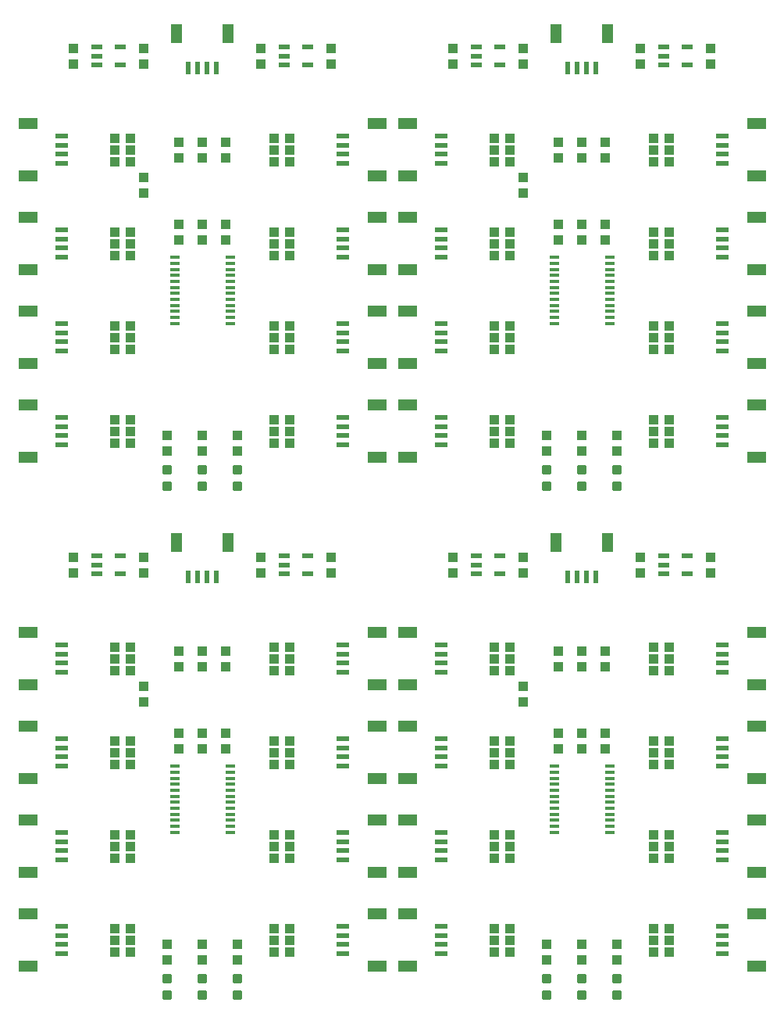
<source format=gtp>
G75*
%MOIN*%
%OFA0B0*%
%FSLAX25Y25*%
%IPPOS*%
%LPD*%
%AMOC8*
5,1,8,0,0,1.08239X$1,22.5*
%
%ADD10R,0.03937X0.04331*%
%ADD11R,0.07874X0.04724*%
%ADD12R,0.05315X0.02362*%
%ADD13R,0.03937X0.01181*%
%ADD14R,0.04331X0.03937*%
%ADD15R,0.04724X0.07874*%
%ADD16R,0.02362X0.05315*%
%ADD17R,0.04724X0.02165*%
%ADD18C,0.01181*%
D10*
X0128333Y0054987D03*
X0128333Y0061680D03*
X0143333Y0061680D03*
X0143333Y0054987D03*
X0158333Y0054987D03*
X0158333Y0061680D03*
X0153334Y0144984D03*
X0153334Y0151677D03*
X0143334Y0151677D03*
X0143334Y0144984D03*
X0133334Y0144984D03*
X0133334Y0151677D03*
X0118334Y0164984D03*
X0118334Y0171677D03*
X0133334Y0179984D03*
X0133334Y0186677D03*
X0143334Y0186677D03*
X0143334Y0179984D03*
X0153334Y0179984D03*
X0153334Y0186677D03*
X0168333Y0219987D03*
X0168333Y0226680D03*
X0198333Y0226680D03*
X0198333Y0219987D03*
X0158333Y0271987D03*
X0158333Y0278680D03*
X0143333Y0278680D03*
X0143333Y0271987D03*
X0128333Y0271987D03*
X0128333Y0278680D03*
X0118333Y0226680D03*
X0118333Y0219987D03*
X0088333Y0219987D03*
X0088333Y0226680D03*
X0133334Y0361984D03*
X0133334Y0368677D03*
X0143334Y0368677D03*
X0143334Y0361984D03*
X0153334Y0361984D03*
X0153334Y0368677D03*
X0153334Y0396984D03*
X0153334Y0403677D03*
X0143334Y0403677D03*
X0143334Y0396984D03*
X0133334Y0396984D03*
X0133334Y0403677D03*
X0118334Y0388677D03*
X0118334Y0381984D03*
X0118333Y0436987D03*
X0118333Y0443680D03*
X0088333Y0443680D03*
X0088333Y0436987D03*
X0168333Y0436987D03*
X0168333Y0443680D03*
X0198333Y0443680D03*
X0198333Y0436987D03*
X0250333Y0436987D03*
X0250333Y0443680D03*
X0280333Y0443680D03*
X0280333Y0436987D03*
X0295334Y0403677D03*
X0295334Y0396984D03*
X0305334Y0396984D03*
X0305334Y0403677D03*
X0315334Y0403677D03*
X0315334Y0396984D03*
X0315334Y0368677D03*
X0315334Y0361984D03*
X0305334Y0361984D03*
X0305334Y0368677D03*
X0295334Y0368677D03*
X0295334Y0361984D03*
X0280334Y0381984D03*
X0280334Y0388677D03*
X0330333Y0436987D03*
X0330333Y0443680D03*
X0360333Y0443680D03*
X0360333Y0436987D03*
X0320333Y0278680D03*
X0320333Y0271987D03*
X0305333Y0271987D03*
X0305333Y0278680D03*
X0290333Y0278680D03*
X0290333Y0271987D03*
X0280333Y0226680D03*
X0280333Y0219987D03*
X0250333Y0219987D03*
X0250333Y0226680D03*
X0295334Y0186677D03*
X0295334Y0179984D03*
X0305334Y0179984D03*
X0305334Y0186677D03*
X0315334Y0186677D03*
X0315334Y0179984D03*
X0315334Y0151677D03*
X0315334Y0144984D03*
X0305334Y0144984D03*
X0305334Y0151677D03*
X0295334Y0151677D03*
X0295334Y0144984D03*
X0280334Y0164984D03*
X0280334Y0171677D03*
X0330333Y0219987D03*
X0330333Y0226680D03*
X0360333Y0226680D03*
X0360333Y0219987D03*
X0320333Y0061680D03*
X0320333Y0054987D03*
X0305333Y0054987D03*
X0305333Y0061680D03*
X0290333Y0061680D03*
X0290333Y0054987D03*
D11*
X0068865Y0052307D03*
X0068865Y0074354D03*
X0068865Y0092307D03*
X0068865Y0114354D03*
X0068865Y0132307D03*
X0068865Y0154354D03*
X0068865Y0172307D03*
X0068865Y0194354D03*
X0068865Y0269307D03*
X0068865Y0291354D03*
X0068865Y0309307D03*
X0068865Y0331354D03*
X0068865Y0349307D03*
X0068865Y0371354D03*
X0068865Y0389307D03*
X0068865Y0411354D03*
X0217799Y0411356D03*
X0230865Y0411354D03*
X0230865Y0389307D03*
X0217799Y0389309D03*
X0217799Y0371356D03*
X0230865Y0371354D03*
X0230865Y0349307D03*
X0217799Y0349309D03*
X0217799Y0331356D03*
X0230865Y0331354D03*
X0230865Y0309307D03*
X0217799Y0309309D03*
X0217799Y0291356D03*
X0230865Y0291354D03*
X0230865Y0269307D03*
X0217799Y0269309D03*
X0217799Y0194356D03*
X0230865Y0194354D03*
X0230865Y0172307D03*
X0217799Y0172309D03*
X0217799Y0154356D03*
X0230865Y0154354D03*
X0230865Y0132307D03*
X0217799Y0132309D03*
X0217799Y0114356D03*
X0230865Y0114354D03*
X0230865Y0092307D03*
X0217799Y0092309D03*
X0217799Y0074356D03*
X0230865Y0074354D03*
X0230865Y0052307D03*
X0217799Y0052309D03*
X0379799Y0052309D03*
X0379799Y0074356D03*
X0379799Y0092309D03*
X0379799Y0114356D03*
X0379799Y0132309D03*
X0379799Y0154356D03*
X0379799Y0172309D03*
X0379799Y0194356D03*
X0379799Y0269309D03*
X0379799Y0291356D03*
X0379799Y0309309D03*
X0379799Y0331356D03*
X0379799Y0349309D03*
X0379799Y0371356D03*
X0379799Y0389309D03*
X0379799Y0411356D03*
D12*
X0365330Y0406238D03*
X0365330Y0402301D03*
X0365330Y0398364D03*
X0365330Y0394427D03*
X0365330Y0366238D03*
X0365330Y0362301D03*
X0365330Y0358364D03*
X0365330Y0354427D03*
X0365330Y0326238D03*
X0365330Y0322301D03*
X0365330Y0318364D03*
X0365330Y0314427D03*
X0365330Y0286238D03*
X0365330Y0282301D03*
X0365330Y0278364D03*
X0365330Y0274427D03*
X0365330Y0189238D03*
X0365330Y0185301D03*
X0365330Y0181364D03*
X0365330Y0177427D03*
X0365330Y0149238D03*
X0365330Y0145301D03*
X0365330Y0141364D03*
X0365330Y0137427D03*
X0365330Y0109238D03*
X0365330Y0105301D03*
X0365330Y0101364D03*
X0365330Y0097427D03*
X0365330Y0069238D03*
X0365330Y0065301D03*
X0365330Y0061364D03*
X0365330Y0057427D03*
X0245334Y0057425D03*
X0245334Y0061362D03*
X0245334Y0065299D03*
X0245334Y0069236D03*
X0245334Y0097425D03*
X0245334Y0101362D03*
X0245334Y0105299D03*
X0245334Y0109236D03*
X0245334Y0137425D03*
X0245334Y0141362D03*
X0245334Y0145299D03*
X0245334Y0149236D03*
X0245334Y0177425D03*
X0245334Y0181362D03*
X0245334Y0185299D03*
X0245334Y0189236D03*
X0203330Y0189238D03*
X0203330Y0185301D03*
X0203330Y0181364D03*
X0203330Y0177427D03*
X0203330Y0149238D03*
X0203330Y0145301D03*
X0203330Y0141364D03*
X0203330Y0137427D03*
X0203330Y0109238D03*
X0203330Y0105301D03*
X0203330Y0101364D03*
X0203330Y0097427D03*
X0203330Y0069238D03*
X0203330Y0065301D03*
X0203330Y0061364D03*
X0203330Y0057427D03*
X0083334Y0057425D03*
X0083334Y0061362D03*
X0083334Y0065299D03*
X0083334Y0069236D03*
X0083334Y0097425D03*
X0083334Y0101362D03*
X0083334Y0105299D03*
X0083334Y0109236D03*
X0083334Y0137425D03*
X0083334Y0141362D03*
X0083334Y0145299D03*
X0083334Y0149236D03*
X0083334Y0177425D03*
X0083334Y0181362D03*
X0083334Y0185299D03*
X0083334Y0189236D03*
X0083334Y0274425D03*
X0083334Y0278362D03*
X0083334Y0282299D03*
X0083334Y0286236D03*
X0083334Y0314425D03*
X0083334Y0318362D03*
X0083334Y0322299D03*
X0083334Y0326236D03*
X0083334Y0354425D03*
X0083334Y0358362D03*
X0083334Y0362299D03*
X0083334Y0366236D03*
X0083334Y0394425D03*
X0083334Y0398362D03*
X0083334Y0402299D03*
X0083334Y0406236D03*
X0203330Y0406238D03*
X0203330Y0402301D03*
X0203330Y0398364D03*
X0203330Y0394427D03*
X0203330Y0366238D03*
X0203330Y0362301D03*
X0203330Y0358364D03*
X0203330Y0354427D03*
X0203330Y0326238D03*
X0203330Y0322301D03*
X0203330Y0318364D03*
X0203330Y0314427D03*
X0203330Y0286238D03*
X0203330Y0282301D03*
X0203330Y0278364D03*
X0203330Y0274427D03*
X0245334Y0274425D03*
X0245334Y0278362D03*
X0245334Y0282299D03*
X0245334Y0286236D03*
X0245334Y0314425D03*
X0245334Y0318362D03*
X0245334Y0322299D03*
X0245334Y0326236D03*
X0245334Y0354425D03*
X0245334Y0358362D03*
X0245334Y0362299D03*
X0245334Y0366236D03*
X0245334Y0394425D03*
X0245334Y0398362D03*
X0245334Y0402299D03*
X0245334Y0406236D03*
D13*
X0293523Y0354385D03*
X0293523Y0351846D03*
X0293523Y0349287D03*
X0293523Y0346728D03*
X0293523Y0344169D03*
X0293523Y0341610D03*
X0293523Y0339051D03*
X0293523Y0336492D03*
X0293523Y0333933D03*
X0293523Y0331374D03*
X0293523Y0328815D03*
X0293523Y0326255D03*
X0317145Y0326255D03*
X0317145Y0328815D03*
X0317145Y0331374D03*
X0317145Y0333933D03*
X0317145Y0336492D03*
X0317145Y0339051D03*
X0317145Y0341610D03*
X0317145Y0344169D03*
X0317145Y0346728D03*
X0317145Y0349287D03*
X0317145Y0351846D03*
X0317145Y0354405D03*
X0155145Y0354405D03*
X0155145Y0351846D03*
X0155145Y0349287D03*
X0155145Y0346728D03*
X0155145Y0344169D03*
X0155145Y0341610D03*
X0155145Y0339051D03*
X0155145Y0336492D03*
X0155145Y0333933D03*
X0155145Y0331374D03*
X0155145Y0328815D03*
X0155145Y0326255D03*
X0131523Y0326255D03*
X0131523Y0328815D03*
X0131523Y0331374D03*
X0131523Y0333933D03*
X0131523Y0336492D03*
X0131523Y0339051D03*
X0131523Y0341610D03*
X0131523Y0344169D03*
X0131523Y0346728D03*
X0131523Y0349287D03*
X0131523Y0351846D03*
X0131523Y0354385D03*
X0131523Y0137385D03*
X0131523Y0134846D03*
X0131523Y0132287D03*
X0131523Y0129728D03*
X0131523Y0127169D03*
X0131523Y0124610D03*
X0131523Y0122051D03*
X0131523Y0119492D03*
X0131523Y0116933D03*
X0131523Y0114374D03*
X0131523Y0111815D03*
X0131523Y0109255D03*
X0155145Y0109255D03*
X0155145Y0111815D03*
X0155145Y0114374D03*
X0155145Y0116933D03*
X0155145Y0119492D03*
X0155145Y0122051D03*
X0155145Y0124610D03*
X0155145Y0127169D03*
X0155145Y0129728D03*
X0155145Y0132287D03*
X0155145Y0134846D03*
X0155145Y0137405D03*
X0293523Y0137385D03*
X0293523Y0134846D03*
X0293523Y0132287D03*
X0293523Y0129728D03*
X0293523Y0127169D03*
X0293523Y0124610D03*
X0293523Y0122051D03*
X0293523Y0119492D03*
X0293523Y0116933D03*
X0293523Y0114374D03*
X0293523Y0111815D03*
X0293523Y0109255D03*
X0317145Y0109255D03*
X0317145Y0111815D03*
X0317145Y0114374D03*
X0317145Y0116933D03*
X0317145Y0119492D03*
X0317145Y0122051D03*
X0317145Y0124610D03*
X0317145Y0127169D03*
X0317145Y0129728D03*
X0317145Y0132287D03*
X0317145Y0134846D03*
X0317145Y0137405D03*
D14*
X0335987Y0138333D03*
X0335986Y0143336D03*
X0335986Y0148336D03*
X0342679Y0148336D03*
X0342679Y0143336D03*
X0342680Y0138333D03*
X0342679Y0108336D03*
X0342679Y0103336D03*
X0342680Y0098333D03*
X0335987Y0098333D03*
X0335986Y0103336D03*
X0335986Y0108336D03*
X0335986Y0068336D03*
X0335986Y0063336D03*
X0335987Y0058333D03*
X0342680Y0058333D03*
X0342679Y0063336D03*
X0342679Y0068336D03*
X0274680Y0068330D03*
X0274680Y0063330D03*
X0274680Y0058330D03*
X0267987Y0058330D03*
X0267987Y0063330D03*
X0267987Y0068330D03*
X0267987Y0098330D03*
X0267987Y0103330D03*
X0267987Y0108330D03*
X0274680Y0108330D03*
X0274680Y0103330D03*
X0274680Y0098330D03*
X0274680Y0138330D03*
X0274680Y0143330D03*
X0274680Y0148330D03*
X0267987Y0148330D03*
X0267987Y0143330D03*
X0267987Y0138330D03*
X0267987Y0178330D03*
X0267987Y0183330D03*
X0267987Y0188330D03*
X0274680Y0188330D03*
X0274680Y0183330D03*
X0274680Y0178330D03*
X0335987Y0178333D03*
X0335986Y0183336D03*
X0335986Y0188336D03*
X0342679Y0188336D03*
X0342679Y0183336D03*
X0342680Y0178333D03*
X0342680Y0275333D03*
X0342679Y0280336D03*
X0342679Y0285336D03*
X0335986Y0285336D03*
X0335986Y0280336D03*
X0335987Y0275333D03*
X0335987Y0315333D03*
X0335986Y0320336D03*
X0335986Y0325336D03*
X0342679Y0325336D03*
X0342679Y0320336D03*
X0342680Y0315333D03*
X0342680Y0355333D03*
X0342679Y0360336D03*
X0342679Y0365336D03*
X0335986Y0365336D03*
X0335986Y0360336D03*
X0335987Y0355333D03*
X0335987Y0395333D03*
X0335986Y0400336D03*
X0335986Y0405336D03*
X0342679Y0405336D03*
X0342679Y0400336D03*
X0342680Y0395333D03*
X0274680Y0395330D03*
X0274680Y0400330D03*
X0274680Y0405330D03*
X0267987Y0405330D03*
X0267987Y0400330D03*
X0267987Y0395330D03*
X0267987Y0365330D03*
X0267987Y0360330D03*
X0267987Y0355330D03*
X0274680Y0355330D03*
X0274680Y0360330D03*
X0274680Y0365330D03*
X0274680Y0325330D03*
X0274680Y0320330D03*
X0274680Y0315330D03*
X0267987Y0315330D03*
X0267987Y0320330D03*
X0267987Y0325330D03*
X0267987Y0285330D03*
X0267987Y0280330D03*
X0267987Y0275330D03*
X0274680Y0275330D03*
X0274680Y0280330D03*
X0274680Y0285330D03*
X0180679Y0285336D03*
X0180679Y0280336D03*
X0180680Y0275333D03*
X0173987Y0275333D03*
X0173986Y0280336D03*
X0173986Y0285336D03*
X0173987Y0315333D03*
X0173986Y0320336D03*
X0173986Y0325336D03*
X0180679Y0325336D03*
X0180679Y0320336D03*
X0180680Y0315333D03*
X0180680Y0355333D03*
X0180679Y0360336D03*
X0180679Y0365336D03*
X0173986Y0365336D03*
X0173986Y0360336D03*
X0173987Y0355333D03*
X0173987Y0395333D03*
X0173986Y0400336D03*
X0173986Y0405336D03*
X0180679Y0405336D03*
X0180679Y0400336D03*
X0180680Y0395333D03*
X0112680Y0395330D03*
X0112680Y0400330D03*
X0112680Y0405330D03*
X0105987Y0405330D03*
X0105987Y0400330D03*
X0105987Y0395330D03*
X0105987Y0365330D03*
X0105987Y0360330D03*
X0105987Y0355330D03*
X0112680Y0355330D03*
X0112680Y0360330D03*
X0112680Y0365330D03*
X0112680Y0325330D03*
X0112680Y0320330D03*
X0112680Y0315330D03*
X0105987Y0315330D03*
X0105987Y0320330D03*
X0105987Y0325330D03*
X0105987Y0285330D03*
X0105987Y0280330D03*
X0105987Y0275330D03*
X0112680Y0275330D03*
X0112680Y0280330D03*
X0112680Y0285330D03*
X0112680Y0188330D03*
X0112680Y0183330D03*
X0112680Y0178330D03*
X0105987Y0178330D03*
X0105987Y0183330D03*
X0105987Y0188330D03*
X0105987Y0148330D03*
X0105987Y0143330D03*
X0105987Y0138330D03*
X0112680Y0138330D03*
X0112680Y0143330D03*
X0112680Y0148330D03*
X0112680Y0108330D03*
X0112680Y0103330D03*
X0112680Y0098330D03*
X0105987Y0098330D03*
X0105987Y0103330D03*
X0105987Y0108330D03*
X0105987Y0068330D03*
X0105987Y0063330D03*
X0105987Y0058330D03*
X0112680Y0058330D03*
X0112680Y0063330D03*
X0112680Y0068330D03*
X0173986Y0068336D03*
X0173986Y0063336D03*
X0173987Y0058333D03*
X0180680Y0058333D03*
X0180679Y0063336D03*
X0180679Y0068336D03*
X0180680Y0098333D03*
X0180679Y0103336D03*
X0180679Y0108336D03*
X0173986Y0108336D03*
X0173986Y0103336D03*
X0173987Y0098333D03*
X0173987Y0138333D03*
X0173986Y0143336D03*
X0173986Y0148336D03*
X0180679Y0148336D03*
X0180679Y0143336D03*
X0180680Y0138333D03*
X0180680Y0178333D03*
X0180679Y0183336D03*
X0180679Y0188336D03*
X0173986Y0188336D03*
X0173986Y0183336D03*
X0173987Y0178333D03*
D15*
X0154357Y0232802D03*
X0132310Y0232802D03*
X0294310Y0232802D03*
X0316357Y0232802D03*
X0316357Y0449802D03*
X0294310Y0449802D03*
X0154357Y0449802D03*
X0132310Y0449802D03*
D16*
X0137428Y0435333D03*
X0141365Y0435333D03*
X0145302Y0435333D03*
X0149239Y0435333D03*
X0299428Y0435333D03*
X0303365Y0435333D03*
X0307302Y0435333D03*
X0311239Y0435333D03*
X0311239Y0218333D03*
X0307302Y0218333D03*
X0303365Y0218333D03*
X0299428Y0218333D03*
X0149239Y0218333D03*
X0145302Y0218333D03*
X0141365Y0218333D03*
X0137428Y0218333D03*
D17*
X0108452Y0219593D03*
X0108452Y0227073D03*
X0098215Y0227073D03*
X0098215Y0223333D03*
X0098215Y0219593D03*
X0178215Y0219593D03*
X0178215Y0223333D03*
X0178215Y0227073D03*
X0188452Y0227073D03*
X0188452Y0219593D03*
X0260215Y0219593D03*
X0260215Y0223333D03*
X0260215Y0227073D03*
X0270452Y0227073D03*
X0270452Y0219593D03*
X0340215Y0219593D03*
X0340215Y0223333D03*
X0340215Y0227073D03*
X0350452Y0227073D03*
X0350452Y0219593D03*
X0350452Y0436593D03*
X0350452Y0444073D03*
X0340215Y0444073D03*
X0340215Y0440333D03*
X0340215Y0436593D03*
X0270452Y0436593D03*
X0270452Y0444073D03*
X0260215Y0444073D03*
X0260215Y0440333D03*
X0260215Y0436593D03*
X0188452Y0436593D03*
X0188452Y0444073D03*
X0178215Y0444073D03*
X0178215Y0440333D03*
X0178215Y0436593D03*
X0108452Y0436593D03*
X0108452Y0444073D03*
X0098215Y0444073D03*
X0098215Y0440333D03*
X0098215Y0436593D03*
D18*
X0126955Y0262408D02*
X0129711Y0262408D01*
X0126955Y0262408D02*
X0126955Y0265164D01*
X0129711Y0265164D01*
X0129711Y0262408D01*
X0129711Y0263588D02*
X0126955Y0263588D01*
X0126955Y0264768D02*
X0129711Y0264768D01*
X0129711Y0255503D02*
X0126955Y0255503D01*
X0126955Y0258259D01*
X0129711Y0258259D01*
X0129711Y0255503D01*
X0129711Y0256683D02*
X0126955Y0256683D01*
X0126955Y0257863D02*
X0129711Y0257863D01*
X0141955Y0255503D02*
X0144711Y0255503D01*
X0141955Y0255503D02*
X0141955Y0258259D01*
X0144711Y0258259D01*
X0144711Y0255503D01*
X0144711Y0256683D02*
X0141955Y0256683D01*
X0141955Y0257863D02*
X0144711Y0257863D01*
X0144711Y0262408D02*
X0141955Y0262408D01*
X0141955Y0265164D01*
X0144711Y0265164D01*
X0144711Y0262408D01*
X0144711Y0263588D02*
X0141955Y0263588D01*
X0141955Y0264768D02*
X0144711Y0264768D01*
X0156955Y0262408D02*
X0159711Y0262408D01*
X0156955Y0262408D02*
X0156955Y0265164D01*
X0159711Y0265164D01*
X0159711Y0262408D01*
X0159711Y0263588D02*
X0156955Y0263588D01*
X0156955Y0264768D02*
X0159711Y0264768D01*
X0159711Y0255503D02*
X0156955Y0255503D01*
X0156955Y0258259D01*
X0159711Y0258259D01*
X0159711Y0255503D01*
X0159711Y0256683D02*
X0156955Y0256683D01*
X0156955Y0257863D02*
X0159711Y0257863D01*
X0288955Y0255503D02*
X0291711Y0255503D01*
X0288955Y0255503D02*
X0288955Y0258259D01*
X0291711Y0258259D01*
X0291711Y0255503D01*
X0291711Y0256683D02*
X0288955Y0256683D01*
X0288955Y0257863D02*
X0291711Y0257863D01*
X0291711Y0262408D02*
X0288955Y0262408D01*
X0288955Y0265164D01*
X0291711Y0265164D01*
X0291711Y0262408D01*
X0291711Y0263588D02*
X0288955Y0263588D01*
X0288955Y0264768D02*
X0291711Y0264768D01*
X0303955Y0262408D02*
X0306711Y0262408D01*
X0303955Y0262408D02*
X0303955Y0265164D01*
X0306711Y0265164D01*
X0306711Y0262408D01*
X0306711Y0263588D02*
X0303955Y0263588D01*
X0303955Y0264768D02*
X0306711Y0264768D01*
X0306711Y0255503D02*
X0303955Y0255503D01*
X0303955Y0258259D01*
X0306711Y0258259D01*
X0306711Y0255503D01*
X0306711Y0256683D02*
X0303955Y0256683D01*
X0303955Y0257863D02*
X0306711Y0257863D01*
X0318955Y0255503D02*
X0321711Y0255503D01*
X0318955Y0255503D02*
X0318955Y0258259D01*
X0321711Y0258259D01*
X0321711Y0255503D01*
X0321711Y0256683D02*
X0318955Y0256683D01*
X0318955Y0257863D02*
X0321711Y0257863D01*
X0321711Y0262408D02*
X0318955Y0262408D01*
X0318955Y0265164D01*
X0321711Y0265164D01*
X0321711Y0262408D01*
X0321711Y0263588D02*
X0318955Y0263588D01*
X0318955Y0264768D02*
X0321711Y0264768D01*
X0321711Y0045408D02*
X0318955Y0045408D01*
X0318955Y0048164D01*
X0321711Y0048164D01*
X0321711Y0045408D01*
X0321711Y0046588D02*
X0318955Y0046588D01*
X0318955Y0047768D02*
X0321711Y0047768D01*
X0321711Y0038503D02*
X0318955Y0038503D01*
X0318955Y0041259D01*
X0321711Y0041259D01*
X0321711Y0038503D01*
X0321711Y0039683D02*
X0318955Y0039683D01*
X0318955Y0040863D02*
X0321711Y0040863D01*
X0306711Y0038503D02*
X0303955Y0038503D01*
X0303955Y0041259D01*
X0306711Y0041259D01*
X0306711Y0038503D01*
X0306711Y0039683D02*
X0303955Y0039683D01*
X0303955Y0040863D02*
X0306711Y0040863D01*
X0306711Y0045408D02*
X0303955Y0045408D01*
X0303955Y0048164D01*
X0306711Y0048164D01*
X0306711Y0045408D01*
X0306711Y0046588D02*
X0303955Y0046588D01*
X0303955Y0047768D02*
X0306711Y0047768D01*
X0291711Y0045408D02*
X0288955Y0045408D01*
X0288955Y0048164D01*
X0291711Y0048164D01*
X0291711Y0045408D01*
X0291711Y0046588D02*
X0288955Y0046588D01*
X0288955Y0047768D02*
X0291711Y0047768D01*
X0291711Y0038503D02*
X0288955Y0038503D01*
X0288955Y0041259D01*
X0291711Y0041259D01*
X0291711Y0038503D01*
X0291711Y0039683D02*
X0288955Y0039683D01*
X0288955Y0040863D02*
X0291711Y0040863D01*
X0159711Y0038503D02*
X0156955Y0038503D01*
X0156955Y0041259D01*
X0159711Y0041259D01*
X0159711Y0038503D01*
X0159711Y0039683D02*
X0156955Y0039683D01*
X0156955Y0040863D02*
X0159711Y0040863D01*
X0159711Y0045408D02*
X0156955Y0045408D01*
X0156955Y0048164D01*
X0159711Y0048164D01*
X0159711Y0045408D01*
X0159711Y0046588D02*
X0156955Y0046588D01*
X0156955Y0047768D02*
X0159711Y0047768D01*
X0144711Y0045408D02*
X0141955Y0045408D01*
X0141955Y0048164D01*
X0144711Y0048164D01*
X0144711Y0045408D01*
X0144711Y0046588D02*
X0141955Y0046588D01*
X0141955Y0047768D02*
X0144711Y0047768D01*
X0144711Y0038503D02*
X0141955Y0038503D01*
X0141955Y0041259D01*
X0144711Y0041259D01*
X0144711Y0038503D01*
X0144711Y0039683D02*
X0141955Y0039683D01*
X0141955Y0040863D02*
X0144711Y0040863D01*
X0129711Y0038503D02*
X0126955Y0038503D01*
X0126955Y0041259D01*
X0129711Y0041259D01*
X0129711Y0038503D01*
X0129711Y0039683D02*
X0126955Y0039683D01*
X0126955Y0040863D02*
X0129711Y0040863D01*
X0129711Y0045408D02*
X0126955Y0045408D01*
X0126955Y0048164D01*
X0129711Y0048164D01*
X0129711Y0045408D01*
X0129711Y0046588D02*
X0126955Y0046588D01*
X0126955Y0047768D02*
X0129711Y0047768D01*
M02*

</source>
